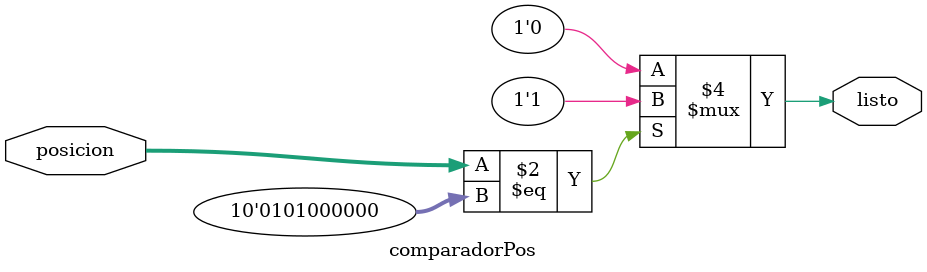
<source format=v>
`timescale 1ns / 1ps
module comparadorPos(
    input wire [9:0] posicion,
    output reg listo
	);
    
parameter fin = 320;

always@(*) begin
    if(posicion == fin) begin
   	 listo = 1'b1;
    end
    else begin
   	 listo = 1'b0;
    end
end


endmodule

</source>
